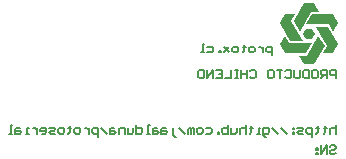
<source format=gbo>
G04*
G04 #@! TF.GenerationSoftware,Altium Limited,Altium Designer,18.1.9 (240)*
G04*
G04 Layer_Color=32896*
%FSLAX25Y25*%
%MOIN*%
G70*
G01*
G75*
%ADD15C,0.00800*%
G36*
X128616Y55851D02*
X126997Y53028D01*
X125631Y55388D01*
X118018D01*
X120055Y58929D01*
X126835D01*
X128616Y55851D01*
D02*
G37*
G36*
X122369Y59623D02*
X119638D01*
X115843Y53028D01*
X113807Y56545D01*
X117208Y62446D01*
X120749D01*
X122369Y59623D01*
D02*
G37*
G36*
X120865Y52334D02*
X119916Y50668D01*
X118018D01*
X117070Y52334D01*
X118018Y53954D01*
X119916D01*
X120865Y52334D01*
D02*
G37*
G36*
X112974Y56545D02*
X116792Y49951D01*
X112719D01*
X109318Y55851D01*
X111076Y58929D01*
X114339D01*
X112974Y56545D01*
D02*
G37*
G36*
X128616Y48794D02*
X126835Y45739D01*
X123595D01*
X124937Y48076D01*
X121142Y54671D01*
X125238D01*
X128616Y48794D01*
D02*
G37*
G36*
X112303Y49256D02*
X119916D01*
X117879Y45739D01*
X111076D01*
X109318Y48794D01*
X110961Y51617D01*
X112303Y49256D01*
D02*
G37*
G36*
X124127Y48076D02*
X120749Y42222D01*
X117208D01*
X115566Y45022D01*
X118273D01*
X122091Y51617D01*
X124127Y48076D01*
D02*
G37*
D15*
X125849Y14665D02*
X126341Y15157D01*
X127324D01*
X127816Y14665D01*
Y14173D01*
X127324Y13681D01*
X126341D01*
X125849Y13189D01*
Y12697D01*
X126341Y12205D01*
X127324D01*
X127816Y12697D01*
X124865Y12205D02*
Y15157D01*
X122897Y12205D01*
Y15157D01*
X121913Y14173D02*
X121421D01*
Y13681D01*
X121913D01*
Y14173D01*
Y12697D02*
X121421D01*
Y12205D01*
X121913D01*
Y12697D01*
X127816Y21948D02*
Y18996D01*
Y20472D01*
X127324Y20964D01*
X126341D01*
X125849Y20472D01*
Y18996D01*
X124373Y21456D02*
Y20964D01*
X124865D01*
X123881D01*
X124373D01*
Y19488D01*
X123881Y18996D01*
X121913Y21456D02*
Y20964D01*
X122405D01*
X121421D01*
X121913D01*
Y19488D01*
X121421Y18996D01*
X119945Y18012D02*
Y20964D01*
X118469D01*
X117977Y20472D01*
Y19488D01*
X118469Y18996D01*
X119945D01*
X116993D02*
X115517D01*
X115025Y19488D01*
X115517Y19980D01*
X116501D01*
X116993Y20472D01*
X116501Y20964D01*
X115025D01*
X114041D02*
X113549D01*
Y20472D01*
X114041D01*
Y20964D01*
Y19488D02*
X113549D01*
Y18996D01*
X114041D01*
Y19488D01*
X111582Y18996D02*
X109614Y20964D01*
X108630Y18996D02*
X106662Y20964D01*
X104694Y18012D02*
X104202D01*
X103710Y18504D01*
Y20964D01*
X105186D01*
X105678Y20472D01*
Y19488D01*
X105186Y18996D01*
X103710D01*
X102726D02*
X101742D01*
X102234D01*
Y20964D01*
X102726D01*
X99774Y21456D02*
Y20964D01*
X100266D01*
X99282D01*
X99774D01*
Y19488D01*
X99282Y18996D01*
X97806Y21948D02*
Y18996D01*
Y20472D01*
X97314Y20964D01*
X96330D01*
X95838Y20472D01*
Y18996D01*
X94855Y20964D02*
Y19488D01*
X94363Y18996D01*
X92887D01*
Y20964D01*
X91903Y21948D02*
Y18996D01*
X90427D01*
X89935Y19488D01*
Y19980D01*
Y20472D01*
X90427Y20964D01*
X91903D01*
X88951Y18996D02*
Y19488D01*
X88459D01*
Y18996D01*
X88951D01*
X84523Y20964D02*
X85999D01*
X86491Y20472D01*
Y19488D01*
X85999Y18996D01*
X84523D01*
X83047D02*
X82063D01*
X81572Y19488D01*
Y20472D01*
X82063Y20964D01*
X83047D01*
X83539Y20472D01*
Y19488D01*
X83047Y18996D01*
X80588D02*
Y20964D01*
X80096D01*
X79604Y20472D01*
Y18996D01*
Y20472D01*
X79112Y20964D01*
X78620Y20472D01*
Y18996D01*
X77636D02*
X75668Y20964D01*
X74684Y18012D02*
X74192D01*
X73700Y18504D01*
Y20964D01*
X71240D02*
X70256D01*
X69764Y20472D01*
Y18996D01*
X71240D01*
X71732Y19488D01*
X71240Y19980D01*
X69764D01*
X68288Y20964D02*
X67304D01*
X66812Y20472D01*
Y18996D01*
X68288D01*
X68780Y19488D01*
X68288Y19980D01*
X66812D01*
X65829Y18996D02*
X64845D01*
X65337D01*
Y21948D01*
X65829D01*
X61401D02*
Y18996D01*
X62877D01*
X63369Y19488D01*
Y20472D01*
X62877Y20964D01*
X61401D01*
X60417D02*
Y19488D01*
X59925Y18996D01*
X58449D01*
Y20964D01*
X57465Y18996D02*
Y20964D01*
X55989D01*
X55497Y20472D01*
Y18996D01*
X54021Y20964D02*
X53037D01*
X52545Y20472D01*
Y18996D01*
X54021D01*
X54513Y19488D01*
X54021Y19980D01*
X52545D01*
X51561Y18996D02*
X49593Y20964D01*
X48610Y18012D02*
Y20964D01*
X47134D01*
X46642Y20472D01*
Y19488D01*
X47134Y18996D01*
X48610D01*
X45658Y20964D02*
Y18996D01*
Y19980D01*
X45166Y20472D01*
X44674Y20964D01*
X44182D01*
X42214Y18996D02*
X41230D01*
X40738Y19488D01*
Y20472D01*
X41230Y20964D01*
X42214D01*
X42706Y20472D01*
Y19488D01*
X42214Y18996D01*
X39262Y21456D02*
Y20964D01*
X39754D01*
X38770D01*
X39262D01*
Y19488D01*
X38770Y18996D01*
X36802D02*
X35818D01*
X35326Y19488D01*
Y20472D01*
X35818Y20964D01*
X36802D01*
X37294Y20472D01*
Y19488D01*
X36802Y18996D01*
X34343D02*
X32867D01*
X32375Y19488D01*
X32867Y19980D01*
X33850D01*
X34343Y20472D01*
X33850Y20964D01*
X32375D01*
X29915Y18996D02*
X30899D01*
X31391Y19488D01*
Y20472D01*
X30899Y20964D01*
X29915D01*
X29423Y20472D01*
Y19980D01*
X31391D01*
X28439Y20964D02*
Y18996D01*
Y19980D01*
X27947Y20472D01*
X27455Y20964D01*
X26963D01*
X25487Y18996D02*
X24503D01*
X24995D01*
Y20964D01*
X25487D01*
X22535D02*
X21551D01*
X21059Y20472D01*
Y18996D01*
X22535D01*
X23027Y19488D01*
X22535Y19980D01*
X21059D01*
X20075Y18996D02*
X19092D01*
X19583D01*
Y21948D01*
X20075D01*
X106693Y45079D02*
Y48031D01*
X105217D01*
X104725Y47539D01*
Y46555D01*
X105217Y46063D01*
X106693D01*
X103741Y48031D02*
Y46063D01*
Y47047D01*
X103249Y47539D01*
X102757Y48031D01*
X102265D01*
X100297Y46063D02*
X99313D01*
X98821Y46555D01*
Y47539D01*
X99313Y48031D01*
X100297D01*
X100789Y47539D01*
Y46555D01*
X100297Y46063D01*
X97346Y48523D02*
Y48031D01*
X97838D01*
X96854D01*
X97346D01*
Y46555D01*
X96854Y46063D01*
X94886D02*
X93902D01*
X93410Y46555D01*
Y47539D01*
X93902Y48031D01*
X94886D01*
X95378Y47539D01*
Y46555D01*
X94886Y46063D01*
X92426Y48031D02*
X90458Y46063D01*
X91442Y47047D01*
X90458Y48031D01*
X92426Y46063D01*
X89474D02*
Y46555D01*
X88982D01*
Y46063D01*
X89474D01*
X85046Y48031D02*
X86522D01*
X87014Y47539D01*
Y46555D01*
X86522Y46063D01*
X85046D01*
X84062D02*
X83078D01*
X83570D01*
Y49015D01*
X84062D01*
X127816Y37402D02*
Y40353D01*
X126341D01*
X125849Y39861D01*
Y38877D01*
X126341Y38385D01*
X127816D01*
X124865Y37402D02*
Y40353D01*
X123389D01*
X122897Y39861D01*
Y38877D01*
X123389Y38385D01*
X124865D01*
X123881D02*
X122897Y37402D01*
X120437Y40353D02*
X121421D01*
X121913Y39861D01*
Y37894D01*
X121421Y37402D01*
X120437D01*
X119945Y37894D01*
Y39861D01*
X120437Y40353D01*
X118961D02*
Y37402D01*
X117485D01*
X116993Y37894D01*
Y39861D01*
X117485Y40353D01*
X118961D01*
X116009D02*
Y37894D01*
X115517Y37402D01*
X114533D01*
X114041Y37894D01*
Y40353D01*
X111090Y39861D02*
X111582Y40353D01*
X112566D01*
X113057Y39861D01*
Y37894D01*
X112566Y37402D01*
X111582D01*
X111090Y37894D01*
X110106Y40353D02*
X108138D01*
X109122D01*
Y37402D01*
X105678Y40353D02*
X106662D01*
X107154Y39861D01*
Y37894D01*
X106662Y37402D01*
X105678D01*
X105186Y37894D01*
Y39861D01*
X105678Y40353D01*
X99282Y39861D02*
X99774Y40353D01*
X100758D01*
X101250Y39861D01*
Y37894D01*
X100758Y37402D01*
X99774D01*
X99282Y37894D01*
X98298Y40353D02*
Y37402D01*
Y38877D01*
X96330D01*
Y40353D01*
Y37402D01*
X95347Y40353D02*
X94363D01*
X94855D01*
Y37402D01*
X95347D01*
X94363D01*
X92887Y40353D02*
Y37402D01*
X90919D01*
X87967Y40353D02*
X89935D01*
Y37402D01*
X87967D01*
X89935Y38877D02*
X88951D01*
X86983Y37402D02*
Y40353D01*
X85015Y37402D01*
Y40353D01*
X82555D02*
X83539D01*
X84031Y39861D01*
Y37894D01*
X83539Y37402D01*
X82555D01*
X82063Y37894D01*
Y39861D01*
X82555Y40353D01*
M02*

</source>
